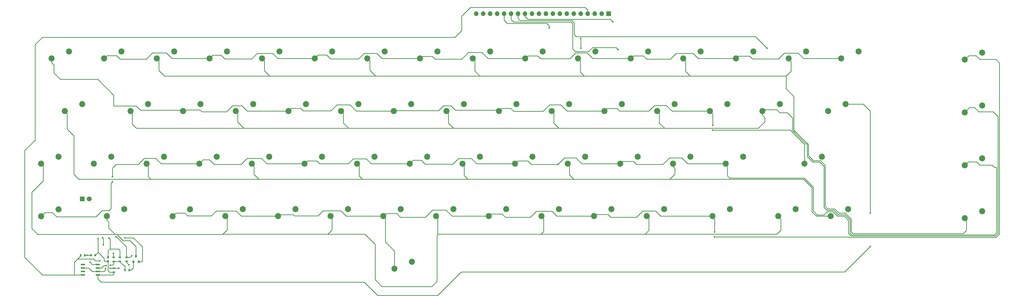
<source format=gbr>
G04 #@! TF.GenerationSoftware,KiCad,Pcbnew,(5.1.5)-2*
G04 #@! TF.CreationDate,2020-03-07T20:44:29+01:00*
G04 #@! TF.ProjectId,VIC20_kbd,56494332-305f-46b6-9264-2e6b69636164,rev?*
G04 #@! TF.SameCoordinates,Original*
G04 #@! TF.FileFunction,Copper,L1,Top*
G04 #@! TF.FilePolarity,Positive*
%FSLAX46Y46*%
G04 Gerber Fmt 4.6, Leading zero omitted, Abs format (unit mm)*
G04 Created by KiCad (PCBNEW (5.1.5)-2) date 2020-03-07 20:44:29*
%MOMM*%
%LPD*%
G04 APERTURE LIST*
%ADD10R,0.500000X0.900000*%
%ADD11R,0.800000X0.750000*%
%ADD12R,0.750000X0.800000*%
%ADD13C,2.200000*%
%ADD14R,1.700000X1.700000*%
%ADD15O,1.700000X1.700000*%
%ADD16C,1.800000*%
%ADD17R,1.800000X1.800000*%
%ADD18R,0.800000X0.900000*%
%ADD19R,0.900000X0.500000*%
%ADD20R,1.550000X0.600000*%
%ADD21C,0.600000*%
%ADD22C,0.250000*%
G04 APERTURE END LIST*
D10*
X6910000Y-134640000D03*
X5410000Y-134640000D03*
D11*
X9200000Y-134690000D03*
X10700000Y-134690000D03*
D12*
X15410000Y-135400000D03*
X15410000Y-136900000D03*
D13*
X333950000Y-118580000D03*
X327600000Y-121120000D03*
X20310000Y-60300000D03*
X13960000Y-62840000D03*
D14*
X197870000Y-46440000D03*
D15*
X195330000Y-46440000D03*
X192790000Y-46440000D03*
X190250000Y-46440000D03*
X187710000Y-46440000D03*
X185170000Y-46440000D03*
X182630000Y-46440000D03*
X180090000Y-46440000D03*
X177550000Y-46440000D03*
X175010000Y-46440000D03*
X172470000Y-46440000D03*
X169930000Y-46440000D03*
X167390000Y-46440000D03*
X164850000Y-46440000D03*
X162310000Y-46440000D03*
X159770000Y-46440000D03*
X157230000Y-46440000D03*
X154690000Y-46440000D03*
X152150000Y-46440000D03*
X149610000Y-46440000D03*
D13*
X58700000Y-60300000D03*
X52350000Y-62840000D03*
X97060000Y-60300000D03*
X90710000Y-62840000D03*
X135420000Y-60300000D03*
X129070000Y-62840000D03*
X173820000Y-60300000D03*
X167470000Y-62840000D03*
X212190000Y-60300000D03*
X205840000Y-62840000D03*
X250570000Y-60300000D03*
X244220000Y-62840000D03*
X288950000Y-60300000D03*
X282600000Y-62840000D03*
X1170000Y-60300000D03*
X-5180000Y-62840000D03*
X49100000Y-79500000D03*
X42750000Y-82040000D03*
X87500000Y-79500000D03*
X81150000Y-82040000D03*
X125890000Y-79500000D03*
X119540000Y-82040000D03*
X164250000Y-79500000D03*
X157900000Y-82040000D03*
X202660000Y-79500000D03*
X196310000Y-82040000D03*
X241070000Y-79510000D03*
X234720000Y-82050000D03*
X275530000Y-98660000D03*
X269180000Y-101200000D03*
X5940000Y-79500000D03*
X-410000Y-82040000D03*
X35770000Y-98680000D03*
X29420000Y-101220000D03*
X74130000Y-98660000D03*
X67780000Y-101200000D03*
X112520000Y-98660000D03*
X106170000Y-101200000D03*
X150900000Y-98660000D03*
X144550000Y-101200000D03*
X189270000Y-98660000D03*
X182920000Y-101200000D03*
X227630000Y-98660000D03*
X221280000Y-101200000D03*
X285150000Y-117870000D03*
X278800000Y-120410000D03*
X-2630000Y-98680000D03*
X-8980000Y-101220000D03*
X21310000Y-117870000D03*
X14960000Y-120410000D03*
X64470000Y-117870000D03*
X58120000Y-120410000D03*
X102880000Y-117870000D03*
X96530000Y-120410000D03*
X141280000Y-117870000D03*
X134930000Y-120410000D03*
X179680000Y-117870000D03*
X173330000Y-120410000D03*
X218070000Y-117870000D03*
X211720000Y-120410000D03*
X265970000Y-117870000D03*
X259620000Y-120410000D03*
X126150000Y-137060000D03*
X119800000Y-139600000D03*
X45260000Y-117880000D03*
X38910000Y-120420000D03*
X83670000Y-117870000D03*
X77320000Y-120410000D03*
X122070000Y-117870000D03*
X115720000Y-120410000D03*
X160480000Y-117870000D03*
X154130000Y-120410000D03*
X198880000Y-117870000D03*
X192530000Y-120410000D03*
X242020000Y-117870000D03*
X235670000Y-120410000D03*
X333950000Y-60710000D03*
X327600000Y-63250000D03*
X-2640000Y-117880000D03*
X-8990000Y-120420000D03*
X54970000Y-98660000D03*
X48620000Y-101200000D03*
X93320000Y-98660000D03*
X86970000Y-101200000D03*
X131700000Y-98660000D03*
X125350000Y-101200000D03*
X170060000Y-98660000D03*
X163710000Y-101200000D03*
X208430000Y-98660000D03*
X202080000Y-101200000D03*
X246820000Y-98680000D03*
X240470000Y-101220000D03*
X333950000Y-79990000D03*
X327600000Y-82530000D03*
X29900000Y-79500000D03*
X23550000Y-82040000D03*
X68300000Y-79500000D03*
X61950000Y-82040000D03*
X106690000Y-79500000D03*
X100340000Y-82040000D03*
X145070000Y-79500000D03*
X138720000Y-82040000D03*
X183460000Y-79500000D03*
X177110000Y-82040000D03*
X221860000Y-79500000D03*
X215510000Y-82040000D03*
X260210000Y-79510000D03*
X253860000Y-82050000D03*
X333950000Y-99300000D03*
X327600000Y-101840000D03*
X39500000Y-60300000D03*
X33150000Y-62840000D03*
X77870000Y-60300000D03*
X71520000Y-62840000D03*
X116250000Y-60300000D03*
X109900000Y-62840000D03*
X154620000Y-60300000D03*
X148270000Y-62840000D03*
X192990000Y-60300000D03*
X186640000Y-62840000D03*
X231380000Y-60300000D03*
X225030000Y-62840000D03*
X269760000Y-60300000D03*
X263410000Y-62840000D03*
X16570000Y-98660000D03*
X10220000Y-101200000D03*
X284180000Y-79500000D03*
X277830000Y-82040000D03*
D16*
X8510000Y-114070000D03*
D17*
X5970000Y-114070000D03*
D18*
X25570000Y-135010000D03*
X26520000Y-137010000D03*
X24620000Y-137010000D03*
D19*
X19730000Y-135400000D03*
X19730000Y-136900000D03*
D10*
X21600000Y-140060000D03*
X23100000Y-140060000D03*
D19*
X22120000Y-136900000D03*
X22120000Y-135400000D03*
X17480000Y-139400000D03*
X17480000Y-140900000D03*
X17390000Y-136940000D03*
X17390000Y-135440000D03*
D20*
X6270000Y-141865000D03*
X6270000Y-140595000D03*
X6270000Y-139325000D03*
X6270000Y-138055000D03*
X11670000Y-138055000D03*
X11670000Y-139325000D03*
X11670000Y-140595000D03*
X11670000Y-141865000D03*
D21*
X176190000Y-51690000D03*
X201340000Y-59570000D03*
X255570000Y-59090000D03*
X199380000Y-49400000D03*
X21460000Y-128300000D03*
X187680000Y-55550000D03*
X187720000Y-59090000D03*
X179370000Y-101480000D03*
X16990000Y-106000000D03*
X16990000Y-107850000D03*
X236340000Y-127970000D03*
X236400000Y-126180000D03*
X235650000Y-88940000D03*
X235740000Y-87250000D03*
X15690000Y-128380000D03*
X293140000Y-131450000D03*
X293140000Y-119230000D03*
X11770000Y-128580000D03*
X13430000Y-128350000D03*
X13690000Y-130900000D03*
X17360000Y-133970000D03*
X12430000Y-136710000D03*
X23020000Y-138230000D03*
X14690000Y-138480000D03*
X16190000Y-138360000D03*
X18290000Y-127940000D03*
X14430000Y-139470000D03*
X16170000Y-139390000D03*
X24020000Y-134860000D03*
X19340000Y-139400000D03*
X8820000Y-137250000D03*
X7950000Y-134670000D03*
D22*
X159770000Y-48840000D02*
X159770000Y-46440000D01*
X160940000Y-50010000D02*
X159770000Y-48840000D01*
X175350000Y-50010000D02*
X160940000Y-50010000D01*
X176190000Y-50850000D02*
X175350000Y-50010000D01*
X176190000Y-51690000D02*
X176190000Y-50850000D01*
X162310000Y-48590000D02*
X162310000Y-46440000D01*
X163230000Y-49510000D02*
X162310000Y-48590000D01*
X184120000Y-49510000D02*
X163230000Y-49510000D01*
X184740000Y-50130000D02*
X184120000Y-49510000D01*
X184740000Y-59350000D02*
X184740000Y-50130000D01*
X185680000Y-60290000D02*
X184740000Y-59350000D01*
X190450000Y-60290000D02*
X185680000Y-60290000D01*
X191950000Y-58790000D02*
X190450000Y-60290000D01*
X200560000Y-58790000D02*
X191950000Y-58790000D01*
X201340000Y-59570000D02*
X200560000Y-58790000D01*
X164850000Y-46440000D02*
X164850000Y-48260000D01*
X251350000Y-54870000D02*
X255570000Y-59090000D01*
X186020000Y-54870000D02*
X251350000Y-54870000D01*
X185270000Y-54120000D02*
X186020000Y-54870000D01*
X185270000Y-49840000D02*
X185270000Y-54120000D01*
X184380000Y-48950000D02*
X185270000Y-49840000D01*
X165540000Y-48950000D02*
X184380000Y-48950000D01*
X164850000Y-48260000D02*
X165540000Y-48950000D01*
X199380000Y-49400000D02*
X198430000Y-48450000D01*
X198430000Y-48450000D02*
X168370000Y-48450000D01*
X168370000Y-48450000D02*
X167390000Y-47470000D01*
X167390000Y-47470000D02*
X167390000Y-46440000D01*
X21460000Y-128300000D02*
X24640000Y-128300000D01*
X24640000Y-128300000D02*
X27870000Y-131530000D01*
X27870000Y-131530000D02*
X27870000Y-136750000D01*
X27610000Y-137010000D02*
X26520000Y-137010000D01*
X27870000Y-136750000D02*
X27610000Y-137010000D01*
X327070000Y-126710000D02*
X327090000Y-126710000D01*
X325820000Y-126720000D02*
X327070000Y-126710000D01*
X328210000Y-125590000D02*
X328210000Y-121730000D01*
X327090000Y-126710000D02*
X328210000Y-125590000D01*
X328210000Y-121730000D02*
X327600000Y-121120000D01*
X187680000Y-59050000D02*
X187680000Y-55550000D01*
X187720000Y-59090000D02*
X187680000Y-59050000D01*
X262490000Y-69230000D02*
X262490000Y-73800000D01*
X286810000Y-126720000D02*
X325820000Y-126720000D01*
X325820000Y-126720000D02*
X325850000Y-126720000D01*
X286260002Y-126170002D02*
X286810000Y-126720000D01*
X286260002Y-121430002D02*
X286260002Y-126170002D01*
X284120000Y-119290000D02*
X286260002Y-121430002D01*
X281830000Y-119290000D02*
X284120000Y-119290000D01*
X280250000Y-117710000D02*
X281830000Y-119290000D01*
X277710000Y-117710000D02*
X280250000Y-117710000D01*
X276740002Y-116740002D02*
X277710000Y-117710000D01*
X276740002Y-101800002D02*
X276740002Y-116740002D01*
X275100000Y-100160000D02*
X276740002Y-101800002D01*
X272540000Y-100160000D02*
X275100000Y-100160000D01*
X270680000Y-98300000D02*
X272540000Y-100160000D01*
X270680000Y-94250000D02*
X270680000Y-98300000D01*
X265350000Y-88920000D02*
X270680000Y-94250000D01*
X265350000Y-76660000D02*
X265350000Y-88920000D01*
X262490000Y-73800000D02*
X265350000Y-76660000D01*
X74280000Y-69230000D02*
X35950000Y-69230000D01*
X35950000Y-69230000D02*
X33900000Y-67180000D01*
X33900000Y-67180000D02*
X33900000Y-63590000D01*
X33900000Y-63590000D02*
X33150000Y-62840000D01*
X112990000Y-69230000D02*
X74280000Y-69230000D01*
X72340000Y-63660000D02*
X71520000Y-62840000D01*
X72340000Y-67290000D02*
X72340000Y-63660000D01*
X74280000Y-69230000D02*
X72340000Y-67290000D01*
X150870000Y-69230000D02*
X112990000Y-69230000D01*
X112990000Y-69230000D02*
X112880000Y-69230000D01*
X110780000Y-63720000D02*
X109900000Y-62840000D01*
X110780000Y-67130000D02*
X110780000Y-63720000D01*
X112880000Y-69230000D02*
X110780000Y-67130000D01*
X189080000Y-69230000D02*
X150870000Y-69230000D01*
X149030000Y-67390000D02*
X149030000Y-63600000D01*
X150870000Y-69230000D02*
X149030000Y-67390000D01*
X149030000Y-63600000D02*
X148270000Y-62840000D01*
X227600000Y-69230000D02*
X189080000Y-69230000D01*
X189080000Y-69230000D02*
X188930000Y-69230000D01*
X187480000Y-63680000D02*
X186640000Y-62840000D01*
X187480000Y-67780000D02*
X187480000Y-63680000D01*
X188930000Y-69230000D02*
X187480000Y-67780000D01*
X263410000Y-62840000D02*
X263410000Y-62910000D01*
X263410000Y-62910000D02*
X264290000Y-63790000D01*
X264290000Y-63790000D02*
X264290000Y-67430000D01*
X264290000Y-67430000D02*
X262490000Y-69230000D01*
X262490000Y-69230000D02*
X227600000Y-69230000D01*
X227600000Y-69230000D02*
X227520000Y-69230000D01*
X227520000Y-69230000D02*
X225840000Y-67550000D01*
X225840000Y-67550000D02*
X225840000Y-63650000D01*
X225840000Y-63650000D02*
X225030000Y-62840000D01*
X339250000Y-102620000D02*
X338470000Y-102620000D01*
X339250000Y-102620000D02*
X339250000Y-126460000D01*
X339250000Y-126460000D02*
X338510000Y-127200000D01*
X338510000Y-127200000D02*
X335750000Y-127200000D01*
X254400000Y-81540000D02*
X259090000Y-81540000D01*
X259090000Y-81540000D02*
X260200000Y-82650000D01*
X260200000Y-82650000D02*
X262970000Y-82650000D01*
X262970000Y-82650000D02*
X264870000Y-84550000D01*
X264870000Y-84550000D02*
X264870000Y-89090000D01*
X264870000Y-89090000D02*
X270200000Y-94420000D01*
X270200000Y-94420000D02*
X270200000Y-98570000D01*
X270200000Y-98570000D02*
X272270000Y-100640000D01*
X272270000Y-100640000D02*
X274790000Y-100640000D01*
X274790000Y-100640000D02*
X276290000Y-102140000D01*
X276290000Y-102140000D02*
X276290000Y-117120000D01*
X276290000Y-117120000D02*
X277410000Y-118240000D01*
X277410000Y-118240000D02*
X279930000Y-118240000D01*
X279930000Y-118240000D02*
X281540000Y-119850000D01*
X281540000Y-119850000D02*
X283920000Y-119850000D01*
X283920000Y-119850000D02*
X285810000Y-121740000D01*
X285810000Y-121740000D02*
X285810000Y-126580000D01*
X285810000Y-126580000D02*
X286430000Y-127200000D01*
X286430000Y-127200000D02*
X335750000Y-127200000D01*
X328880000Y-100560000D02*
X327600000Y-101840000D01*
X331960000Y-100560000D02*
X328880000Y-100560000D01*
X333160000Y-101760000D02*
X331960000Y-100560000D01*
X337610000Y-101760000D02*
X333160000Y-101760000D01*
X338470000Y-102620000D02*
X337610000Y-101760000D01*
X253860000Y-82050000D02*
X253860000Y-81830000D01*
X253860000Y-81830000D02*
X254440000Y-81250000D01*
X64940000Y-88290000D02*
X25710000Y-88290000D01*
X24200000Y-86780000D02*
X24200000Y-82690000D01*
X25710000Y-88290000D02*
X24200000Y-86780000D01*
X24200000Y-82690000D02*
X23550000Y-82040000D01*
X103050000Y-88290000D02*
X64940000Y-88290000D01*
X64940000Y-88290000D02*
X64930000Y-88290000D01*
X62650000Y-86010000D02*
X62650000Y-82740000D01*
X64930000Y-88290000D02*
X62650000Y-86010000D01*
X62650000Y-82740000D02*
X61950000Y-82040000D01*
X141270000Y-88290000D02*
X103050000Y-88290000D01*
X101150000Y-82850000D02*
X100340000Y-82040000D01*
X101150000Y-86390000D02*
X101150000Y-82850000D01*
X103050000Y-88290000D02*
X101150000Y-86390000D01*
X179770000Y-88290000D02*
X141270000Y-88290000D01*
X139430000Y-86450000D02*
X139430000Y-82750000D01*
X141270000Y-88290000D02*
X139430000Y-86450000D01*
X139430000Y-82750000D02*
X138720000Y-82040000D01*
X218220000Y-88290000D02*
X179770000Y-88290000D01*
X179770000Y-88290000D02*
X179710000Y-88290000D01*
X177820000Y-86400000D02*
X177820000Y-82750000D01*
X179710000Y-88290000D02*
X177820000Y-86400000D01*
X177820000Y-82750000D02*
X177110000Y-82040000D01*
X253860000Y-82050000D02*
X253860000Y-83540000D01*
X216320000Y-82850000D02*
X215510000Y-82040000D01*
X216320000Y-86390000D02*
X216320000Y-82850000D01*
X218220000Y-88290000D02*
X216320000Y-86390000D01*
X252420000Y-88290000D02*
X218220000Y-88290000D01*
X254760000Y-85950000D02*
X252420000Y-88290000D01*
X254760000Y-84440000D02*
X254760000Y-85950000D01*
X253860000Y-83540000D02*
X254760000Y-84440000D01*
X286150000Y-127690000D02*
X338810000Y-127690000D01*
X241070000Y-102200000D02*
X241070000Y-105660000D01*
X241070000Y-105660000D02*
X241854998Y-106444998D01*
X241854998Y-106444998D02*
X269094998Y-106444998D01*
X269094998Y-106444998D02*
X272410000Y-109760000D01*
X272410000Y-109760000D02*
X272410000Y-118500000D01*
X272410000Y-118500000D02*
X273820000Y-119910000D01*
X273820000Y-119910000D02*
X276280000Y-119910000D01*
X276280000Y-119910000D02*
X277460000Y-118730000D01*
X277460000Y-118730000D02*
X279610000Y-118730000D01*
X279610000Y-118730000D02*
X281220000Y-120340000D01*
X281220000Y-120340000D02*
X283640000Y-120340000D01*
X283640000Y-120340000D02*
X285200000Y-121900000D01*
X285200000Y-121900000D02*
X285200000Y-126740000D01*
X285200000Y-126740000D02*
X286150000Y-127690000D01*
X240470000Y-101600000D02*
X241070000Y-102200000D01*
X329360000Y-80770000D02*
X327600000Y-82530000D01*
X331240000Y-80770000D02*
X329360000Y-80770000D01*
X332710000Y-82240000D02*
X331240000Y-80770000D01*
X337950000Y-82240000D02*
X332710000Y-82240000D01*
X339720000Y-84010000D02*
X337950000Y-82240000D01*
X339720000Y-126780000D02*
X339720000Y-84010000D01*
X338810000Y-127690000D02*
X339720000Y-126780000D01*
X338770000Y-127683587D02*
X338680000Y-127683587D01*
X179350000Y-101480000D02*
X179370000Y-101480000D01*
X240470000Y-101220000D02*
X240470000Y-101600000D01*
X48620000Y-101200000D02*
X34710000Y-101200000D01*
X34710000Y-101200000D02*
X32810000Y-99300000D01*
X32810000Y-99300000D02*
X28560000Y-99300000D01*
X28560000Y-99300000D02*
X26380000Y-101480000D01*
X26380000Y-101480000D02*
X18340000Y-101480000D01*
X18340000Y-101480000D02*
X16990000Y-102830000D01*
X16990000Y-102830000D02*
X16990000Y-106000000D01*
X16990000Y-107850000D02*
X16490000Y-108350000D01*
X16490000Y-108350000D02*
X16490000Y-117630000D01*
X16490000Y-117630000D02*
X15770000Y-118350000D01*
X15770000Y-118350000D02*
X13300000Y-118350000D01*
X13300000Y-118350000D02*
X11010000Y-120640000D01*
X11010000Y-120640000D02*
X1410000Y-120640000D01*
X-7650000Y-119080000D02*
X-8990000Y-120420000D01*
X1410000Y-120640000D02*
X-3350000Y-120640000D01*
X-3350000Y-120640000D02*
X-4910000Y-119080000D01*
X-4910000Y-119080000D02*
X-7650000Y-119080000D01*
X86970000Y-101200000D02*
X73200000Y-101200000D01*
X50020000Y-99800000D02*
X48620000Y-101200000D01*
X52410000Y-99800000D02*
X50020000Y-99800000D01*
X54090000Y-101480000D02*
X52410000Y-99800000D01*
X63930000Y-101480000D02*
X54090000Y-101480000D01*
X66110000Y-99300000D02*
X63930000Y-101480000D01*
X71300000Y-99300000D02*
X66110000Y-99300000D01*
X73200000Y-101200000D02*
X71300000Y-99300000D01*
X125350000Y-101200000D02*
X111250000Y-101200000D01*
X87980000Y-100190000D02*
X86970000Y-101200000D01*
X91480000Y-100190000D02*
X87980000Y-100190000D01*
X92490000Y-101200000D02*
X91480000Y-100190000D01*
X102990000Y-101200000D02*
X92490000Y-101200000D01*
X104720000Y-99470000D02*
X102990000Y-101200000D01*
X109520000Y-99470000D02*
X104720000Y-99470000D01*
X111250000Y-101200000D02*
X109520000Y-99470000D01*
X163710000Y-101200000D02*
X149650000Y-101200000D01*
X126580000Y-99970000D02*
X125350000Y-101200000D01*
X129470000Y-99970000D02*
X126580000Y-99970000D01*
X130920000Y-101420000D02*
X129470000Y-99970000D01*
X141050000Y-101420000D02*
X130920000Y-101420000D01*
X143060000Y-99410000D02*
X141050000Y-101420000D01*
X147860000Y-99410000D02*
X143060000Y-99410000D01*
X149650000Y-101200000D02*
X147860000Y-99410000D01*
X202080000Y-101200000D02*
X188040000Y-101200000D01*
X164660000Y-100250000D02*
X163710000Y-101200000D01*
X168370000Y-100250000D02*
X164660000Y-100250000D01*
X169600000Y-101480000D02*
X168370000Y-100250000D01*
X179350000Y-101480000D02*
X169600000Y-101480000D01*
X181720000Y-99130000D02*
X179370000Y-101480000D01*
X185970000Y-99130000D02*
X181720000Y-99130000D01*
X188040000Y-101200000D02*
X185970000Y-99130000D01*
X240470000Y-101220000D02*
X226620000Y-101220000D01*
X202860000Y-100420000D02*
X202080000Y-101200000D01*
X206930000Y-100420000D02*
X202860000Y-100420000D01*
X207990000Y-101480000D02*
X206930000Y-100420000D01*
X217600000Y-101480000D02*
X207990000Y-101480000D01*
X220000000Y-99080000D02*
X217600000Y-101480000D01*
X224480000Y-99080000D02*
X220000000Y-99080000D01*
X226620000Y-101220000D02*
X224480000Y-99080000D01*
X236340000Y-127970000D02*
X285400000Y-127970000D01*
X235670000Y-120870000D02*
X236400000Y-121600000D01*
X236400000Y-121600000D02*
X236400000Y-126180000D01*
X329110000Y-61740000D02*
X327600000Y-63250000D01*
X331660000Y-61740000D02*
X329110000Y-61740000D01*
X333090000Y-63170000D02*
X331660000Y-61740000D01*
X339020000Y-63170000D02*
X333090000Y-63170000D01*
X340240000Y-64390000D02*
X339020000Y-63170000D01*
X340240000Y-126950000D02*
X340240000Y-64390000D01*
X339000000Y-128190000D02*
X340240000Y-126950000D01*
X285620000Y-128190000D02*
X339000000Y-128190000D01*
X285400000Y-127970000D02*
X285620000Y-128190000D01*
X116430000Y-124820000D02*
X116430000Y-129800000D01*
X116430000Y-121120000D02*
X116430000Y-124820000D01*
X119800000Y-133170000D02*
X119800000Y-139600000D01*
X116430000Y-129800000D02*
X119800000Y-133170000D01*
X235670000Y-120410000D02*
X235670000Y-120870000D01*
X235670000Y-120410000D02*
X216830000Y-120410000D01*
X197620000Y-119810000D02*
X193130000Y-119810000D01*
X198620000Y-120810000D02*
X197620000Y-119810000D01*
X208010000Y-120810000D02*
X198620000Y-120810000D01*
X210300000Y-118520000D02*
X208010000Y-120810000D01*
X214940000Y-118520000D02*
X210300000Y-118520000D01*
X216830000Y-120410000D02*
X214940000Y-118520000D01*
X193130000Y-119810000D02*
X192530000Y-120410000D01*
X192530000Y-120410000D02*
X178970000Y-120410000D01*
X159060000Y-119640000D02*
X154900000Y-119640000D01*
X160180000Y-120760000D02*
X159060000Y-119640000D01*
X169340000Y-120760000D02*
X160180000Y-120760000D01*
X171520000Y-118580000D02*
X169340000Y-120760000D01*
X177140000Y-118580000D02*
X171520000Y-118580000D01*
X178970000Y-120410000D02*
X177140000Y-118580000D01*
X154900000Y-119640000D02*
X154130000Y-120410000D01*
X154130000Y-120410000D02*
X140740000Y-120410000D01*
X116660000Y-119470000D02*
X115720000Y-120410000D01*
X120610000Y-119470000D02*
X116660000Y-119470000D01*
X121900000Y-120760000D02*
X120610000Y-119470000D01*
X131060000Y-120760000D02*
X121900000Y-120760000D01*
X133630000Y-118190000D02*
X131060000Y-120760000D01*
X138520000Y-118190000D02*
X133630000Y-118190000D01*
X140740000Y-120410000D02*
X138520000Y-118190000D01*
X77320000Y-120410000D02*
X63940000Y-120410000D01*
X63940000Y-120410000D02*
X62050000Y-118520000D01*
X62050000Y-118520000D02*
X54790000Y-118520000D01*
X54790000Y-118520000D02*
X53000000Y-120310000D01*
X53000000Y-120310000D02*
X44390000Y-120310000D01*
X44390000Y-120310000D02*
X43330000Y-119250000D01*
X43330000Y-119250000D02*
X40080000Y-119250000D01*
X40080000Y-119250000D02*
X38910000Y-120420000D01*
X115720000Y-120410000D02*
X102190000Y-120410000D01*
X82890000Y-119860000D02*
X77870000Y-119860000D01*
X83340000Y-120310000D02*
X82890000Y-119860000D01*
X91890000Y-120310000D02*
X83340000Y-120310000D01*
X93790000Y-118410000D02*
X91890000Y-120310000D01*
X100190000Y-118410000D02*
X93790000Y-118410000D01*
X102190000Y-120410000D02*
X100190000Y-118410000D01*
X77870000Y-119860000D02*
X77320000Y-120410000D01*
X116430000Y-121120000D02*
X115720000Y-120410000D01*
X18780000Y-127210000D02*
X18780000Y-127020000D01*
X20909998Y-129339998D02*
X18780000Y-127210000D01*
X17910000Y-127020000D02*
X-10250000Y-127020000D01*
X-8250000Y-107510000D02*
X-8250000Y-101950000D01*
X-10250000Y-127020000D02*
X-12380000Y-124890000D01*
X-12380000Y-124890000D02*
X-12380000Y-111640000D01*
X-12380000Y-111640000D02*
X-8250000Y-107510000D01*
X-8250000Y-101950000D02*
X-8980000Y-101220000D01*
X211110000Y-126960000D02*
X259170000Y-126960000D01*
X260570000Y-121360000D02*
X259620000Y-120410000D01*
X260570000Y-125560000D02*
X260570000Y-121360000D01*
X259170000Y-126960000D02*
X260570000Y-125560000D01*
X173120000Y-126960000D02*
X211110000Y-126960000D01*
X212510000Y-121200000D02*
X211720000Y-120410000D01*
X212510000Y-125560000D02*
X212510000Y-121200000D01*
X211110000Y-126960000D02*
X212510000Y-125560000D01*
X135560000Y-126960000D02*
X173120000Y-126960000D01*
X173120000Y-126960000D02*
X173220000Y-126960000D01*
X174120000Y-121200000D02*
X173330000Y-120410000D01*
X174120000Y-126060000D02*
X174120000Y-121200000D01*
X173220000Y-126960000D02*
X174120000Y-126060000D01*
X95440000Y-127015000D02*
X109025000Y-127015000D01*
X135560000Y-127410000D02*
X135560000Y-126960000D01*
X135560000Y-126960000D02*
X135560000Y-121040000D01*
X135290000Y-127680000D02*
X135560000Y-127410000D01*
X135290000Y-144150000D02*
X135290000Y-127680000D01*
X133370000Y-146070000D02*
X135290000Y-144150000D01*
X115220000Y-146070000D02*
X133370000Y-146070000D01*
X112710000Y-143560000D02*
X115220000Y-146070000D01*
X112710000Y-130700000D02*
X112710000Y-143560000D01*
X109025000Y-127015000D02*
X112710000Y-130700000D01*
X135560000Y-121040000D02*
X134930000Y-120410000D01*
X57165000Y-127015000D02*
X95440000Y-127015000D01*
X95440000Y-127015000D02*
X95445000Y-127015000D01*
X97010000Y-125450000D02*
X97010000Y-120890000D01*
X95445000Y-127015000D02*
X97010000Y-125450000D01*
X97010000Y-120890000D02*
X96530000Y-120410000D01*
X14960000Y-120410000D02*
X14960000Y-121860000D01*
X58790000Y-125390000D02*
X58790000Y-121080000D01*
X57160000Y-127020000D02*
X57165000Y-127015000D01*
X57165000Y-127015000D02*
X58790000Y-125390000D01*
X17880000Y-127020000D02*
X17910000Y-127020000D01*
X17910000Y-127020000D02*
X18780000Y-127020000D01*
X18780000Y-127020000D02*
X57160000Y-127020000D01*
X15590000Y-124730000D02*
X17880000Y-127020000D01*
X15590000Y-122490000D02*
X15590000Y-124730000D01*
X14960000Y-121860000D02*
X15590000Y-122490000D01*
X58790000Y-121080000D02*
X58120000Y-120410000D01*
X20909998Y-129339998D02*
X23409998Y-129339998D01*
X25570000Y-131500000D02*
X25570000Y-135010000D01*
X23409998Y-129339998D02*
X25570000Y-131500000D01*
X220115000Y-106895000D02*
X268845000Y-106895000D01*
X273520000Y-120410000D02*
X278800000Y-120410000D01*
X271920000Y-118810000D02*
X273520000Y-120410000D01*
X271920000Y-109970000D02*
X271920000Y-118810000D01*
X268845000Y-106895000D02*
X271920000Y-109970000D01*
X31020000Y-106900000D02*
X4700000Y-106900000D01*
X4700000Y-106900000D02*
X2970000Y-105170000D01*
X2970000Y-105170000D02*
X2970000Y-91090000D01*
X2970000Y-91090000D02*
X510000Y-88630000D01*
X510000Y-88630000D02*
X510000Y-82960000D01*
X510000Y-82960000D02*
X-410000Y-82040000D01*
X70460000Y-106900000D02*
X31020000Y-106900000D01*
X30060000Y-105940000D02*
X30060000Y-101860000D01*
X31020000Y-106900000D02*
X30060000Y-105940000D01*
X30060000Y-101860000D02*
X29420000Y-101220000D01*
X108130000Y-106900000D02*
X70460000Y-106900000D01*
X70460000Y-106900000D02*
X70360000Y-106900000D01*
X68560000Y-101980000D02*
X67780000Y-101200000D01*
X68560000Y-105100000D02*
X68560000Y-101980000D01*
X70360000Y-106900000D02*
X68560000Y-105100000D01*
X146435000Y-106900000D02*
X108130000Y-106900000D01*
X108130000Y-106900000D02*
X108070000Y-106900000D01*
X106900000Y-105730000D02*
X106900000Y-101930000D01*
X108070000Y-106900000D02*
X106900000Y-105730000D01*
X106900000Y-101930000D02*
X106170000Y-101200000D01*
X185240000Y-106900000D02*
X146435000Y-106900000D01*
X146435000Y-106900000D02*
X146520000Y-106900000D01*
X145180000Y-105560000D02*
X145180000Y-101830000D01*
X146520000Y-106900000D02*
X145180000Y-105560000D01*
X145180000Y-101830000D02*
X144550000Y-101200000D01*
X221280000Y-101200000D02*
X221280000Y-102260000D01*
X221280000Y-102260000D02*
X221960000Y-102940000D01*
X221960000Y-102940000D02*
X221960000Y-105050000D01*
X221960000Y-105050000D02*
X220115000Y-106895000D01*
X220115000Y-106895000D02*
X220110000Y-106900000D01*
X220110000Y-106900000D02*
X185240000Y-106900000D01*
X185240000Y-106900000D02*
X185130000Y-106900000D01*
X185130000Y-106900000D02*
X183510000Y-105280000D01*
X183510000Y-105280000D02*
X183510000Y-101790000D01*
X183510000Y-101790000D02*
X182920000Y-101200000D01*
X-5180000Y-62840000D02*
X-5180000Y-64350000D01*
X17420000Y-76270000D02*
X17420000Y-80130000D01*
X11610000Y-70460000D02*
X17420000Y-76270000D01*
X-1980000Y-70460000D02*
X11610000Y-70460000D01*
X-4320000Y-68120000D02*
X-1980000Y-70460000D01*
X-4320000Y-65210000D02*
X-4320000Y-68120000D01*
X-5180000Y-64350000D02*
X-4320000Y-65210000D01*
X269180000Y-94110000D02*
X264010000Y-88940000D01*
X264010000Y-88940000D02*
X235650000Y-88940000D01*
X269180000Y-101200000D02*
X269180000Y-94110000D01*
X235760000Y-83090000D02*
X234720000Y-82050000D01*
X235760000Y-87240000D02*
X235760000Y-83090000D01*
X235750000Y-87240000D02*
X235760000Y-87240000D01*
X235740000Y-87250000D02*
X235750000Y-87240000D01*
X234720000Y-82050000D02*
X220920000Y-82050000D01*
X197270000Y-81080000D02*
X196310000Y-82040000D01*
X200950000Y-81080000D02*
X197270000Y-81080000D01*
X201850000Y-81980000D02*
X200950000Y-81080000D01*
X212510000Y-81980000D02*
X201850000Y-81980000D01*
X214530000Y-79960000D02*
X212510000Y-81980000D01*
X218830000Y-79960000D02*
X214530000Y-79960000D01*
X220920000Y-82050000D02*
X218830000Y-79960000D01*
X196310000Y-82040000D02*
X182690000Y-82040000D01*
X158970000Y-80970000D02*
X157900000Y-82040000D01*
X162120000Y-80970000D02*
X158970000Y-80970000D01*
X163290000Y-82140000D02*
X162120000Y-80970000D01*
X173910000Y-82140000D02*
X163290000Y-82140000D01*
X176310000Y-79740000D02*
X173910000Y-82140000D01*
X180390000Y-79740000D02*
X176310000Y-79740000D01*
X182690000Y-82040000D02*
X180390000Y-79740000D01*
X119540000Y-82040000D02*
X105850000Y-82040000D01*
X82220000Y-80970000D02*
X81150000Y-82040000D01*
X85560000Y-80970000D02*
X82220000Y-80970000D01*
X86510000Y-81920000D02*
X85560000Y-80970000D01*
X96620000Y-81920000D02*
X86510000Y-81920000D01*
X98800000Y-79740000D02*
X96620000Y-81920000D01*
X103550000Y-79740000D02*
X98800000Y-79740000D01*
X105850000Y-82040000D02*
X103550000Y-79740000D01*
X119540000Y-82040000D02*
X120410000Y-82040000D01*
X120410000Y-82040000D02*
X120590000Y-81860000D01*
X120590000Y-81860000D02*
X135850000Y-81860000D01*
X135850000Y-81860000D02*
X137630000Y-80080000D01*
X137630000Y-80080000D02*
X140320000Y-80080000D01*
X140320000Y-80080000D02*
X141940000Y-81700000D01*
X141940000Y-81700000D02*
X157560000Y-81700000D01*
X157560000Y-81700000D02*
X157900000Y-82040000D01*
X81150000Y-82040000D02*
X81150000Y-81960000D01*
X81150000Y-81960000D02*
X81300000Y-81810000D01*
X42750000Y-82040000D02*
X43580000Y-82040000D01*
X43580000Y-82040000D02*
X44040000Y-81580000D01*
X44040000Y-81580000D02*
X48840000Y-81580000D01*
X48840000Y-81580000D02*
X49570000Y-82310000D01*
X49570000Y-82310000D02*
X58570000Y-82310000D01*
X58570000Y-82310000D02*
X60800000Y-80080000D01*
X60800000Y-80080000D02*
X64160000Y-80080000D01*
X64160000Y-80080000D02*
X66120000Y-82040000D01*
X66120000Y-82040000D02*
X81150000Y-82040000D01*
X27170000Y-81700000D02*
X42410000Y-81700000D01*
X25600000Y-80130000D02*
X27170000Y-81700000D01*
X17420000Y-80130000D02*
X25600000Y-80130000D01*
X42410000Y-81700000D02*
X42750000Y-82040000D01*
X52350000Y-62840000D02*
X38680000Y-62840000D01*
X38680000Y-62840000D02*
X36640000Y-60800000D01*
X36640000Y-60800000D02*
X31550000Y-60800000D01*
X31550000Y-60800000D02*
X29320000Y-63030000D01*
X29320000Y-63030000D02*
X19760000Y-63030000D01*
X19760000Y-63030000D02*
X18480000Y-61750000D01*
X18480000Y-61750000D02*
X15050000Y-61750000D01*
X15050000Y-61750000D02*
X13960000Y-62840000D01*
X90710000Y-62840000D02*
X77240000Y-62840000D01*
X53550000Y-61640000D02*
X52350000Y-62840000D01*
X56650000Y-61640000D02*
X53550000Y-61640000D01*
X57990000Y-62980000D02*
X56650000Y-61640000D01*
X67710000Y-62980000D02*
X57990000Y-62980000D01*
X69780000Y-60910000D02*
X67710000Y-62980000D01*
X75310000Y-60910000D02*
X69780000Y-60910000D01*
X77240000Y-62840000D02*
X75310000Y-60910000D01*
X129070000Y-62840000D02*
X115230000Y-62840000D01*
X92030000Y-61520000D02*
X90710000Y-62840000D01*
X95030000Y-61520000D02*
X92030000Y-61520000D01*
X96490000Y-62980000D02*
X95030000Y-61520000D01*
X106660000Y-62980000D02*
X96490000Y-62980000D01*
X108730000Y-60910000D02*
X106660000Y-62980000D01*
X113300000Y-60910000D02*
X108730000Y-60910000D01*
X115230000Y-62840000D02*
X113300000Y-60910000D01*
X167470000Y-62840000D02*
X153850000Y-62840000D01*
X129880000Y-62030000D02*
X129070000Y-62840000D01*
X133590000Y-62030000D02*
X129880000Y-62030000D01*
X134590000Y-63030000D02*
X133590000Y-62030000D01*
X144330000Y-63030000D02*
X134590000Y-63030000D01*
X146730000Y-60630000D02*
X144330000Y-63030000D01*
X151640000Y-60630000D02*
X146730000Y-60630000D01*
X153850000Y-62840000D02*
X151640000Y-60630000D01*
X205840000Y-62840000D02*
X191960000Y-62840000D01*
X168450000Y-61860000D02*
X167470000Y-62840000D01*
X171980000Y-61860000D02*
X168450000Y-61860000D01*
X173040000Y-62920000D02*
X171980000Y-61860000D01*
X183710000Y-62920000D02*
X173040000Y-62920000D01*
X185830000Y-60800000D02*
X183710000Y-62920000D01*
X189920000Y-60800000D02*
X185830000Y-60800000D01*
X191960000Y-62840000D02*
X189920000Y-60800000D01*
X244220000Y-62840000D02*
X230460000Y-62840000D01*
X206820000Y-61860000D02*
X205840000Y-62840000D01*
X210480000Y-61860000D02*
X206820000Y-61860000D01*
X211710000Y-63090000D02*
X210480000Y-61860000D01*
X220370000Y-63090000D02*
X211710000Y-63090000D01*
X222490000Y-60970000D02*
X220370000Y-63090000D01*
X228590000Y-60970000D02*
X222490000Y-60970000D01*
X230460000Y-62840000D02*
X228590000Y-60970000D01*
X282600000Y-62840000D02*
X268850000Y-62840000D01*
X245090000Y-61970000D02*
X244220000Y-62840000D01*
X249200000Y-61970000D02*
X245090000Y-61970000D01*
X250210000Y-62980000D02*
X249200000Y-61970000D01*
X259710000Y-62980000D02*
X250210000Y-62980000D01*
X261840000Y-60850000D02*
X259710000Y-62980000D01*
X266860000Y-60850000D02*
X261840000Y-60850000D01*
X268850000Y-62840000D02*
X266860000Y-60850000D01*
X16170000Y-128860000D02*
X15690000Y-128380000D01*
X15410000Y-135400000D02*
X15410000Y-133020000D01*
X15410000Y-133020000D02*
X16070000Y-132360000D01*
X16070000Y-132360000D02*
X19300000Y-132360000D01*
X19730000Y-132790000D02*
X19730000Y-135400000D01*
X19300000Y-132360000D02*
X19730000Y-132790000D01*
X16170000Y-132260000D02*
X16070000Y-132360000D01*
X16170000Y-128860000D02*
X16170000Y-132260000D01*
X11670000Y-141865000D02*
X17065000Y-141865000D01*
X17480000Y-141450000D02*
X17480000Y-140900000D01*
X17065000Y-141865000D02*
X17480000Y-141450000D01*
X15410000Y-136900000D02*
X15410000Y-140390000D01*
X15920000Y-140900000D02*
X17480000Y-140900000D01*
X15410000Y-140390000D02*
X15920000Y-140900000D01*
X11670000Y-141865000D02*
X11670000Y-143350000D01*
X11670000Y-143350000D02*
X12820000Y-144500000D01*
X12820000Y-144500000D02*
X108750000Y-144500000D01*
X108750000Y-144500000D02*
X113610000Y-149360000D01*
X113610000Y-149360000D02*
X135500000Y-149360000D01*
X135500000Y-149360000D02*
X144110000Y-140750000D01*
X144110000Y-140750000D02*
X283840000Y-140750000D01*
X283840000Y-140750000D02*
X293140000Y-131450000D01*
X293140000Y-119230000D02*
X293140000Y-82000000D01*
X290640000Y-79500000D02*
X284180000Y-79500000D01*
X293140000Y-82000000D02*
X290640000Y-79500000D01*
X11770000Y-128580000D02*
X11770000Y-133600000D01*
X11770000Y-133600000D02*
X13950000Y-135780000D01*
X13950000Y-135780000D02*
X13950000Y-136550000D01*
X14300000Y-136900000D02*
X15410000Y-136900000D01*
X13950000Y-136550000D02*
X14300000Y-136900000D01*
X10700000Y-134670000D02*
X11770000Y-133600000D01*
X10700000Y-134690000D02*
X10700000Y-134670000D01*
X13430000Y-128350000D02*
X13690000Y-128610000D01*
X13690000Y-128610000D02*
X13690000Y-130900000D01*
X17360000Y-135410000D02*
X17390000Y-135440000D01*
X17360000Y-133970000D02*
X17360000Y-135410000D01*
X190250000Y-46440000D02*
X190250000Y-45120000D01*
X190250000Y-45120000D02*
X189320000Y-44190000D01*
X189320000Y-44190000D02*
X147440000Y-44190000D01*
X147440000Y-44190000D02*
X144270000Y-47360000D01*
X144270000Y-47360000D02*
X144270000Y-52610000D01*
X144270000Y-52610000D02*
X141790000Y-55090000D01*
X141790000Y-55090000D02*
X-8550000Y-55090000D01*
X-8550000Y-55090000D02*
X-11250000Y-57790000D01*
X-11250000Y-57790000D02*
X-11250000Y-92710000D01*
X-11250000Y-92710000D02*
X-14980000Y-96440000D01*
X-14980000Y-96440000D02*
X-14980000Y-135410000D01*
X-14980000Y-135410000D02*
X-8525000Y-141865000D01*
X10140000Y-136030000D02*
X4280000Y-136030000D01*
X3105000Y-137205000D02*
X3105000Y-141865000D01*
X4280000Y-136030000D02*
X3105000Y-137205000D01*
X-8525000Y-141865000D02*
X3105000Y-141865000D01*
X3105000Y-141865000D02*
X6270000Y-141865000D01*
X22120000Y-137280000D02*
X22120000Y-136900000D01*
X22120000Y-137330000D02*
X22120000Y-136900000D01*
X23020000Y-138230000D02*
X22120000Y-137330000D01*
X10820000Y-136710000D02*
X10140000Y-136030000D01*
X12430000Y-136710000D02*
X10820000Y-136710000D01*
X5410000Y-134640000D02*
X5410000Y-134650000D01*
X5410000Y-134900000D02*
X4280000Y-136030000D01*
X5410000Y-134640000D02*
X5410000Y-134900000D01*
X23100000Y-140060000D02*
X23790000Y-140060000D01*
X24620000Y-139230000D02*
X24620000Y-137010000D01*
X23790000Y-140060000D02*
X24620000Y-139230000D01*
X11670000Y-139325000D02*
X13045000Y-139325000D01*
X13045000Y-139325000D02*
X13890000Y-138480000D01*
X13890000Y-138480000D02*
X14690000Y-138480000D01*
X16190000Y-138360000D02*
X16320000Y-138230000D01*
X16320000Y-138230000D02*
X17060000Y-138230000D01*
X17390000Y-137900000D02*
X17390000Y-136940000D01*
X17060000Y-138230000D02*
X17390000Y-137900000D01*
X19690000Y-136940000D02*
X19730000Y-136900000D01*
X17390000Y-136940000D02*
X19690000Y-136940000D01*
X19730000Y-136900000D02*
X19730000Y-137100000D01*
X19730000Y-137100000D02*
X20880000Y-138250000D01*
X20880000Y-138250000D02*
X21160000Y-138250000D01*
X21600000Y-138690000D02*
X21600000Y-140060000D01*
X21160000Y-138250000D02*
X21600000Y-138690000D01*
X6270000Y-139325000D02*
X8355000Y-139325000D01*
X9625000Y-140595000D02*
X11670000Y-140595000D01*
X8355000Y-139325000D02*
X9625000Y-140595000D01*
X11670000Y-140595000D02*
X13975000Y-140595000D01*
X13975000Y-140595000D02*
X14430000Y-140140000D01*
X14430000Y-140140000D02*
X14430000Y-139470000D01*
X16180000Y-139400000D02*
X17480000Y-139400000D01*
X16170000Y-139390000D02*
X16180000Y-139400000D01*
X18290000Y-127940000D02*
X18400000Y-127940000D01*
X18400000Y-127940000D02*
X22050000Y-131590000D01*
X22050000Y-135330000D02*
X22120000Y-135400000D01*
X22050000Y-131590000D02*
X22050000Y-135330000D01*
X22120000Y-135400000D02*
X22120000Y-135070000D01*
X22120000Y-135400000D02*
X23480000Y-135400000D01*
X23480000Y-135400000D02*
X24020000Y-134860000D01*
X19340000Y-139400000D02*
X17480000Y-139400000D01*
X11670000Y-138055000D02*
X9625000Y-138055000D01*
X9625000Y-138055000D02*
X8820000Y-137250000D01*
X9180000Y-134670000D02*
X9200000Y-134690000D01*
X7950000Y-134670000D02*
X9180000Y-134670000D01*
X6940000Y-134670000D02*
X6910000Y-134640000D01*
X7950000Y-134670000D02*
X6940000Y-134670000D01*
M02*

</source>
